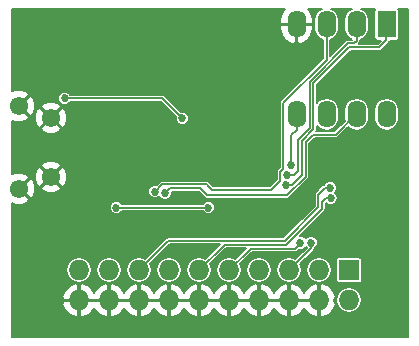
<source format=gbr>
G04 #@! TF.FileFunction,Copper,L2,Bot,Signal*
%FSLAX46Y46*%
G04 Gerber Fmt 4.6, Leading zero omitted, Abs format (unit mm)*
G04 Created by KiCad (PCBNEW 4.0.2+dfsg1-stable) date Sat 23 Jul 2016 05:57:03 PM COT*
%MOMM*%
G01*
G04 APERTURE LIST*
%ADD10C,0.100000*%
%ADD11R,1.727200X1.727200*%
%ADD12O,1.727200X1.727200*%
%ADD13C,1.550000*%
%ADD14R,1.600000X2.300000*%
%ADD15O,1.600000X2.300000*%
%ADD16C,0.685800*%
%ADD17C,0.152400*%
G04 APERTURE END LIST*
D10*
D11*
X172085000Y-91440000D03*
D12*
X172085000Y-93980000D03*
X169545000Y-91440000D03*
X169545000Y-93980000D03*
X167005000Y-91440000D03*
X167005000Y-93980000D03*
X164465000Y-91440000D03*
X164465000Y-93980000D03*
X161925000Y-91440000D03*
X161925000Y-93980000D03*
X159385000Y-91440000D03*
X159385000Y-93980000D03*
X156845000Y-91440000D03*
X156845000Y-93980000D03*
X154305000Y-91440000D03*
X154305000Y-93980000D03*
X151765000Y-91440000D03*
X151765000Y-93980000D03*
X149225000Y-91440000D03*
X149225000Y-93980000D03*
D13*
X146850540Y-78525100D03*
X146850540Y-83525100D03*
X144150540Y-77525100D03*
X144150540Y-84525100D03*
D14*
X175260000Y-70612000D03*
D15*
X172720000Y-70612000D03*
X170180000Y-70612000D03*
X167640000Y-70612000D03*
X167640000Y-78232000D03*
X170180000Y-78232000D03*
X172720000Y-78232000D03*
X175260000Y-78232000D03*
D16*
X148005800Y-76885800D03*
X157962600Y-78587600D03*
X171043600Y-72263000D03*
X173837600Y-71983600D03*
X176530000Y-72263000D03*
X175412400Y-81686400D03*
X175082200Y-87680800D03*
X173736000Y-83718400D03*
X169240200Y-82448400D03*
X170230800Y-80975200D03*
X176352200Y-76936600D03*
X173659800Y-74676000D03*
X173482000Y-76606400D03*
X171373800Y-76809600D03*
X171450000Y-88011000D03*
X171373800Y-89687400D03*
X175006000Y-90449400D03*
X175031400Y-94919800D03*
X154279600Y-89585800D03*
X150545800Y-89306400D03*
X145923000Y-89230200D03*
X145973800Y-92430600D03*
X165709600Y-79705200D03*
X165633400Y-77647800D03*
X162229800Y-69951600D03*
X157962600Y-69977000D03*
X153974800Y-70027800D03*
X156235400Y-72390000D03*
X158648400Y-72339200D03*
X153212800Y-85267800D03*
X153136600Y-87452200D03*
X151409400Y-85344000D03*
X155778200Y-78765400D03*
X155803600Y-80162400D03*
X154762200Y-81559400D03*
X154736800Y-83820000D03*
X159461200Y-81280000D03*
X159359600Y-83210400D03*
X156946600Y-83362800D03*
X164236400Y-74218800D03*
X158496000Y-74041000D03*
X154432000Y-74117200D03*
X151307800Y-73660000D03*
X149428200Y-73660000D03*
X149174200Y-71932800D03*
X144957800Y-70129400D03*
X147243800Y-69926200D03*
X159512000Y-79121000D03*
X160731200Y-77774800D03*
X158724600Y-85090000D03*
X164566600Y-85826600D03*
X152374600Y-86131400D03*
X160172400Y-86131400D03*
X167970200Y-89128600D03*
X170535600Y-85318600D03*
X170484800Y-84480400D03*
X155651200Y-84785200D03*
X156489400Y-84912200D03*
X166776400Y-84226400D03*
X166852600Y-83337400D03*
X167157400Y-82550000D03*
X168859200Y-89103200D03*
D17*
X156260800Y-76885800D02*
X148005800Y-76885800D01*
X157962600Y-78587600D02*
X156260800Y-76885800D01*
X173659800Y-74676000D02*
X174091600Y-74676000D01*
X173837600Y-71983600D02*
X173837600Y-71958200D01*
X176504600Y-72263000D02*
X176530000Y-72263000D01*
X174091600Y-74676000D02*
X176504600Y-72263000D01*
X173736000Y-83718400D02*
X172466000Y-82448400D01*
X172466000Y-82448400D02*
X169240200Y-82448400D01*
X170230800Y-80975200D02*
X170942000Y-81686400D01*
X170942000Y-81686400D02*
X175412400Y-81686400D01*
X169545000Y-93980000D02*
X169545000Y-95478600D01*
X175920400Y-76936600D02*
X176352200Y-76936600D01*
X173659800Y-74676000D02*
X175920400Y-76936600D01*
X171577000Y-76606400D02*
X173482000Y-76606400D01*
X171373800Y-76809600D02*
X171577000Y-76606400D01*
X171780200Y-87680800D02*
X175082200Y-87680800D01*
X171450000Y-88011000D02*
X171780200Y-87680800D01*
X174244000Y-89687400D02*
X171373800Y-89687400D01*
X175006000Y-90449400D02*
X174244000Y-89687400D01*
X174040800Y-95910400D02*
X175031400Y-94919800D01*
X169976800Y-95910400D02*
X174040800Y-95910400D01*
X169545000Y-95478600D02*
X169976800Y-95910400D01*
X149225000Y-93980000D02*
X147523200Y-93980000D01*
X153136600Y-88442800D02*
X153136600Y-87452200D01*
X154279600Y-89585800D02*
X153136600Y-88442800D01*
X145999200Y-89306400D02*
X150545800Y-89306400D01*
X145923000Y-89230200D02*
X145999200Y-89306400D01*
X147523200Y-93980000D02*
X145973800Y-92430600D01*
X164236400Y-74218800D02*
X165227000Y-74218800D01*
X165125400Y-79121000D02*
X159512000Y-79121000D01*
X165709600Y-79705200D02*
X165125400Y-79121000D01*
X165633400Y-74625200D02*
X165633400Y-77647800D01*
X165227000Y-74218800D02*
X165633400Y-74625200D01*
X158496000Y-74041000D02*
X158496000Y-72491600D01*
X157988000Y-69951600D02*
X162229800Y-69951600D01*
X157962600Y-69977000D02*
X157988000Y-69951600D01*
X153974800Y-70129400D02*
X153974800Y-70027800D01*
X156235400Y-72390000D02*
X153974800Y-70129400D01*
X158496000Y-72491600D02*
X158648400Y-72339200D01*
X154660600Y-83820000D02*
X154736800Y-83820000D01*
X153212800Y-85267800D02*
X154660600Y-83820000D01*
X151409400Y-87071200D02*
X151409400Y-85344000D01*
X151714200Y-87376000D02*
X151409400Y-87071200D01*
X153060400Y-87376000D02*
X151714200Y-87376000D01*
X153136600Y-87452200D02*
X153060400Y-87376000D01*
X155778200Y-78765400D02*
X155803600Y-78790800D01*
X155803600Y-78790800D02*
X155803600Y-80162400D01*
X154762200Y-81559400D02*
X154736800Y-81584800D01*
X154736800Y-81584800D02*
X154736800Y-83820000D01*
X159461200Y-81280000D02*
X159512000Y-81229200D01*
X157099000Y-83210400D02*
X159359600Y-83210400D01*
X156946600Y-83362800D02*
X157099000Y-83210400D01*
X159512000Y-81229200D02*
X159512000Y-79121000D01*
X158673800Y-74218800D02*
X164236400Y-74218800D01*
X158496000Y-74041000D02*
X158673800Y-74218800D01*
X151765000Y-74117200D02*
X154432000Y-74117200D01*
X151307800Y-73660000D02*
X151765000Y-74117200D01*
X149428200Y-72186800D02*
X149428200Y-73660000D01*
X149174200Y-71932800D02*
X149428200Y-72186800D01*
X147040600Y-70129400D02*
X144957800Y-70129400D01*
X147243800Y-69926200D02*
X147040600Y-70129400D01*
X160731200Y-77901800D02*
X160731200Y-77774800D01*
X159512000Y-79121000D02*
X160731200Y-77901800D01*
X158724600Y-85090000D02*
X159105600Y-85471000D01*
X159105600Y-85471000D02*
X164211000Y-85471000D01*
X164211000Y-85471000D02*
X164566600Y-85826600D01*
X152374600Y-86131400D02*
X160172400Y-86131400D01*
X161925000Y-91440000D02*
X161925000Y-91440000D01*
X167487600Y-89611200D02*
X167970200Y-89128600D01*
X163753800Y-89611200D02*
X167487600Y-89611200D01*
X161925000Y-91440000D02*
X163753800Y-89611200D01*
X170535600Y-85318600D02*
X170103800Y-85318600D01*
X169799000Y-85623400D02*
X169799000Y-86233000D01*
X170103800Y-85318600D02*
X169799000Y-85623400D01*
X159385000Y-91440000D02*
X159385000Y-91440000D01*
X161544000Y-89281000D02*
X159385000Y-91440000D01*
X166751000Y-89281000D02*
X161544000Y-89281000D01*
X169799000Y-86233000D02*
X166751000Y-89281000D01*
X170484800Y-84480400D02*
X170027600Y-84480400D01*
X154305000Y-91440000D02*
X154305000Y-91440000D01*
X156794200Y-88950800D02*
X154305000Y-91440000D01*
X166624000Y-88950800D02*
X156794200Y-88950800D01*
X169468800Y-86106000D02*
X166624000Y-88950800D01*
X169468800Y-85039200D02*
X169468800Y-86106000D01*
X170027600Y-84480400D02*
X169468800Y-85039200D01*
X154305000Y-90678000D02*
X154305000Y-91389200D01*
X160172400Y-84328000D02*
X160477200Y-84632800D01*
X165506400Y-84632800D02*
X165811200Y-84328000D01*
X160477200Y-84632800D02*
X165506400Y-84632800D01*
X160172400Y-84328000D02*
X160020000Y-84175600D01*
X156260800Y-84175600D02*
X155651200Y-84785200D01*
X160020000Y-84175600D02*
X156260800Y-84175600D01*
X166268400Y-83870800D02*
X166268400Y-83108800D01*
X165811200Y-84328000D02*
X166268400Y-83870800D01*
X170180000Y-73609200D02*
X170180000Y-70612000D01*
X166522400Y-77266800D02*
X170180000Y-73609200D01*
X166522400Y-82854800D02*
X166522400Y-77266800D01*
X166268400Y-83108800D02*
X166522400Y-82854800D01*
X155651200Y-84785200D02*
X155651200Y-84785200D01*
X160324800Y-85064600D02*
X160045400Y-85064600D01*
X156895800Y-84505800D02*
X156489400Y-84912200D01*
X159486600Y-84505800D02*
X156895800Y-84505800D01*
X160045400Y-85064600D02*
X159486600Y-84505800D01*
X170967400Y-79959200D02*
X169062400Y-79959200D01*
X169062400Y-79959200D02*
X168402000Y-80619600D01*
X168402000Y-80619600D02*
X168402000Y-83515200D01*
X168402000Y-83515200D02*
X166852600Y-85064600D01*
X166852600Y-85064600D02*
X160324800Y-85064600D01*
X172694600Y-78232000D02*
X170967400Y-79959200D01*
X172720000Y-78232000D02*
X172694600Y-78232000D01*
X168071800Y-83413600D02*
X168071800Y-80492600D01*
X168071800Y-80492600D02*
X169062402Y-79501998D01*
X175209200Y-71983600D02*
X175209200Y-71145400D01*
X174625000Y-72567800D02*
X175209200Y-71983600D01*
X172085000Y-72567800D02*
X174625000Y-72567800D01*
X169062402Y-75590398D02*
X172085000Y-72567800D01*
X169062402Y-79501998D02*
X169062402Y-75590398D01*
X167233600Y-84251800D02*
X168071800Y-83413600D01*
X166801800Y-84251800D02*
X167233600Y-84251800D01*
X166776400Y-84226400D02*
X166801800Y-84251800D01*
X175412400Y-70764400D02*
X175260000Y-70612000D01*
X167754300Y-83019900D02*
X167754300Y-80378300D01*
X167754300Y-80378300D02*
X168757600Y-79375000D01*
X172720000Y-72009000D02*
X172720000Y-70612000D01*
X166852600Y-83337400D02*
X167436800Y-83337400D01*
X167436800Y-83337400D02*
X167754300Y-83019900D01*
X168757600Y-79375000D02*
X168757600Y-75463400D01*
X168757600Y-75463400D02*
X171983400Y-72237600D01*
X171983400Y-72237600D02*
X172491400Y-72237600D01*
X172491400Y-72237600D02*
X172720000Y-72009000D01*
X167157400Y-82550000D02*
X167157400Y-80010000D01*
X167157400Y-80010000D02*
X167640000Y-79527400D01*
X167640000Y-79527400D02*
X167640000Y-78232000D01*
X167005000Y-91440000D02*
X167005000Y-91440000D01*
X167005000Y-91440000D02*
X168859200Y-89585800D01*
X168859200Y-89585800D02*
X168859200Y-89103200D01*
G36*
X166380606Y-69685357D02*
X166255800Y-70211200D01*
X166255800Y-70561200D01*
X167589200Y-70561200D01*
X167589200Y-70541200D01*
X167690800Y-70541200D01*
X167690800Y-70561200D01*
X169024200Y-70561200D01*
X169024200Y-70211200D01*
X168899394Y-69685357D01*
X168614578Y-69291200D01*
X169776629Y-69291200D01*
X169452670Y-69507662D01*
X169229698Y-69841364D01*
X169151400Y-70234992D01*
X169151400Y-70989008D01*
X169229698Y-71382636D01*
X169452670Y-71716338D01*
X169786372Y-71939310D01*
X169875200Y-71956979D01*
X169875200Y-73482948D01*
X166306874Y-77051274D01*
X166240802Y-77150158D01*
X166217600Y-77266800D01*
X166217600Y-82728548D01*
X166052874Y-82893274D01*
X165986802Y-82992158D01*
X165963600Y-83108800D01*
X165963600Y-83744548D01*
X165380148Y-84328000D01*
X160603452Y-84328000D01*
X160235526Y-83960074D01*
X160136642Y-83894002D01*
X160020000Y-83870800D01*
X156260800Y-83870800D01*
X156144158Y-83894002D01*
X156102855Y-83921600D01*
X156045274Y-83960074D01*
X155783869Y-84221479D01*
X155765377Y-84213800D01*
X155538020Y-84213601D01*
X155327894Y-84300424D01*
X155166989Y-84461049D01*
X155079800Y-84671023D01*
X155079601Y-84898380D01*
X155166424Y-85108506D01*
X155327049Y-85269411D01*
X155537023Y-85356600D01*
X155764380Y-85356799D01*
X155974506Y-85269976D01*
X156006826Y-85237712D01*
X156165249Y-85396411D01*
X156375223Y-85483600D01*
X156602580Y-85483799D01*
X156812706Y-85396976D01*
X156973611Y-85236351D01*
X157060800Y-85026377D01*
X157060989Y-84810600D01*
X159360348Y-84810600D01*
X159829874Y-85280126D01*
X159928759Y-85346199D01*
X160045400Y-85369400D01*
X166852600Y-85369400D01*
X166969242Y-85346198D01*
X167068126Y-85280126D01*
X168617526Y-83730726D01*
X168683598Y-83631842D01*
X168690540Y-83596942D01*
X168706800Y-83515200D01*
X168706800Y-80745852D01*
X169188652Y-80264000D01*
X170967400Y-80264000D01*
X171084042Y-80240798D01*
X171182926Y-80174726D01*
X172009841Y-79347811D01*
X172326372Y-79559310D01*
X172720000Y-79637608D01*
X173113628Y-79559310D01*
X173447330Y-79336338D01*
X173670302Y-79002636D01*
X173748600Y-78609008D01*
X173748600Y-77854992D01*
X174231400Y-77854992D01*
X174231400Y-78609008D01*
X174309698Y-79002636D01*
X174532670Y-79336338D01*
X174866372Y-79559310D01*
X175260000Y-79637608D01*
X175653628Y-79559310D01*
X175987330Y-79336338D01*
X176210302Y-79002636D01*
X176288600Y-78609008D01*
X176288600Y-77854992D01*
X176210302Y-77461364D01*
X175987330Y-77127662D01*
X175653628Y-76904690D01*
X175260000Y-76826392D01*
X174866372Y-76904690D01*
X174532670Y-77127662D01*
X174309698Y-77461364D01*
X174231400Y-77854992D01*
X173748600Y-77854992D01*
X173670302Y-77461364D01*
X173447330Y-77127662D01*
X173113628Y-76904690D01*
X172720000Y-76826392D01*
X172326372Y-76904690D01*
X171992670Y-77127662D01*
X171769698Y-77461364D01*
X171691400Y-77854992D01*
X171691400Y-78609008D01*
X171723776Y-78771772D01*
X170841148Y-79654400D01*
X169320106Y-79654400D01*
X169344000Y-79618640D01*
X169367202Y-79501998D01*
X169367202Y-79208426D01*
X169452670Y-79336338D01*
X169786372Y-79559310D01*
X170180000Y-79637608D01*
X170573628Y-79559310D01*
X170907330Y-79336338D01*
X171130302Y-79002636D01*
X171208600Y-78609008D01*
X171208600Y-77854992D01*
X171130302Y-77461364D01*
X170907330Y-77127662D01*
X170573628Y-76904690D01*
X170180000Y-76826392D01*
X169786372Y-76904690D01*
X169452670Y-77127662D01*
X169367202Y-77255574D01*
X169367202Y-75716650D01*
X172211252Y-72872600D01*
X174625000Y-72872600D01*
X174741642Y-72849398D01*
X174840526Y-72783326D01*
X175424726Y-72199126D01*
X175490799Y-72100241D01*
X175511717Y-71995078D01*
X176060000Y-71995078D01*
X176144714Y-71979138D01*
X176222518Y-71929072D01*
X176274715Y-71852680D01*
X176293078Y-71762000D01*
X176293078Y-69462000D01*
X176277138Y-69377286D01*
X176227072Y-69299482D01*
X176214951Y-69291200D01*
X177088800Y-69291200D01*
X177088800Y-97078800D01*
X143586200Y-97078800D01*
X143586200Y-94256521D01*
X147803853Y-94256521D01*
X147806208Y-94268378D01*
X148024565Y-94789375D01*
X148425677Y-95187152D01*
X148948479Y-95401151D01*
X149174200Y-95280862D01*
X149174200Y-94030800D01*
X149275800Y-94030800D01*
X149275800Y-95280862D01*
X149501521Y-95401151D01*
X150024323Y-95187152D01*
X150425435Y-94789375D01*
X150495000Y-94623394D01*
X150564565Y-94789375D01*
X150965677Y-95187152D01*
X151488479Y-95401151D01*
X151714200Y-95280862D01*
X151714200Y-94030800D01*
X151815800Y-94030800D01*
X151815800Y-95280862D01*
X152041521Y-95401151D01*
X152564323Y-95187152D01*
X152965435Y-94789375D01*
X153035000Y-94623394D01*
X153104565Y-94789375D01*
X153505677Y-95187152D01*
X154028479Y-95401151D01*
X154254200Y-95280862D01*
X154254200Y-94030800D01*
X154355800Y-94030800D01*
X154355800Y-95280862D01*
X154581521Y-95401151D01*
X155104323Y-95187152D01*
X155505435Y-94789375D01*
X155575000Y-94623394D01*
X155644565Y-94789375D01*
X156045677Y-95187152D01*
X156568479Y-95401151D01*
X156794200Y-95280862D01*
X156794200Y-94030800D01*
X156895800Y-94030800D01*
X156895800Y-95280862D01*
X157121521Y-95401151D01*
X157644323Y-95187152D01*
X158045435Y-94789375D01*
X158115000Y-94623394D01*
X158184565Y-94789375D01*
X158585677Y-95187152D01*
X159108479Y-95401151D01*
X159334200Y-95280862D01*
X159334200Y-94030800D01*
X159435800Y-94030800D01*
X159435800Y-95280862D01*
X159661521Y-95401151D01*
X160184323Y-95187152D01*
X160585435Y-94789375D01*
X160655000Y-94623394D01*
X160724565Y-94789375D01*
X161125677Y-95187152D01*
X161648479Y-95401151D01*
X161874200Y-95280862D01*
X161874200Y-94030800D01*
X161975800Y-94030800D01*
X161975800Y-95280862D01*
X162201521Y-95401151D01*
X162724323Y-95187152D01*
X163125435Y-94789375D01*
X163195000Y-94623394D01*
X163264565Y-94789375D01*
X163665677Y-95187152D01*
X164188479Y-95401151D01*
X164414200Y-95280862D01*
X164414200Y-94030800D01*
X164515800Y-94030800D01*
X164515800Y-95280862D01*
X164741521Y-95401151D01*
X165264323Y-95187152D01*
X165665435Y-94789375D01*
X165735000Y-94623394D01*
X165804565Y-94789375D01*
X166205677Y-95187152D01*
X166728479Y-95401151D01*
X166954200Y-95280862D01*
X166954200Y-94030800D01*
X167055800Y-94030800D01*
X167055800Y-95280862D01*
X167281521Y-95401151D01*
X167804323Y-95187152D01*
X168205435Y-94789375D01*
X168275000Y-94623394D01*
X168344565Y-94789375D01*
X168745677Y-95187152D01*
X169268479Y-95401151D01*
X169494200Y-95280862D01*
X169494200Y-94030800D01*
X167055800Y-94030800D01*
X166954200Y-94030800D01*
X164515800Y-94030800D01*
X164414200Y-94030800D01*
X161975800Y-94030800D01*
X161874200Y-94030800D01*
X159435800Y-94030800D01*
X159334200Y-94030800D01*
X156895800Y-94030800D01*
X156794200Y-94030800D01*
X154355800Y-94030800D01*
X154254200Y-94030800D01*
X151815800Y-94030800D01*
X151714200Y-94030800D01*
X149275800Y-94030800D01*
X149174200Y-94030800D01*
X147924242Y-94030800D01*
X147803853Y-94256521D01*
X143586200Y-94256521D01*
X143586200Y-93703479D01*
X147803853Y-93703479D01*
X147924242Y-93929200D01*
X149174200Y-93929200D01*
X149174200Y-92679138D01*
X149275800Y-92679138D01*
X149275800Y-93929200D01*
X151714200Y-93929200D01*
X151714200Y-92679138D01*
X151815800Y-92679138D01*
X151815800Y-93929200D01*
X154254200Y-93929200D01*
X154254200Y-92679138D01*
X154355800Y-92679138D01*
X154355800Y-93929200D01*
X156794200Y-93929200D01*
X156794200Y-92679138D01*
X156895800Y-92679138D01*
X156895800Y-93929200D01*
X159334200Y-93929200D01*
X159334200Y-92679138D01*
X159435800Y-92679138D01*
X159435800Y-93929200D01*
X161874200Y-93929200D01*
X161874200Y-92679138D01*
X161975800Y-92679138D01*
X161975800Y-93929200D01*
X164414200Y-93929200D01*
X164414200Y-92679138D01*
X164515800Y-92679138D01*
X164515800Y-93929200D01*
X166954200Y-93929200D01*
X166954200Y-92679138D01*
X167055800Y-92679138D01*
X167055800Y-93929200D01*
X169494200Y-93929200D01*
X169494200Y-92679138D01*
X169595800Y-92679138D01*
X169595800Y-93929200D01*
X169615800Y-93929200D01*
X169615800Y-94030800D01*
X169595800Y-94030800D01*
X169595800Y-95280862D01*
X169821521Y-95401151D01*
X170344323Y-95187152D01*
X170745435Y-94789375D01*
X170963792Y-94268378D01*
X170966147Y-94256521D01*
X170845759Y-94030802D01*
X170981508Y-94030802D01*
X171054542Y-94397967D01*
X171291301Y-94752302D01*
X171645636Y-94989061D01*
X172063603Y-95072200D01*
X172106397Y-95072200D01*
X172524364Y-94989061D01*
X172878699Y-94752302D01*
X173115458Y-94397967D01*
X173198597Y-93980000D01*
X173115458Y-93562033D01*
X172878699Y-93207698D01*
X172524364Y-92970939D01*
X172106397Y-92887800D01*
X172063603Y-92887800D01*
X171645636Y-92970939D01*
X171291301Y-93207698D01*
X171054542Y-93562033D01*
X170981508Y-93929198D01*
X170845759Y-93929198D01*
X170966147Y-93703479D01*
X170963792Y-93691622D01*
X170745435Y-93170625D01*
X170344323Y-92772848D01*
X169821521Y-92558849D01*
X169595800Y-92679138D01*
X169494200Y-92679138D01*
X169268479Y-92558849D01*
X168745677Y-92772848D01*
X168344565Y-93170625D01*
X168275000Y-93336606D01*
X168205435Y-93170625D01*
X167804323Y-92772848D01*
X167281521Y-92558849D01*
X167055800Y-92679138D01*
X166954200Y-92679138D01*
X166728479Y-92558849D01*
X166205677Y-92772848D01*
X165804565Y-93170625D01*
X165735000Y-93336606D01*
X165665435Y-93170625D01*
X165264323Y-92772848D01*
X164741521Y-92558849D01*
X164515800Y-92679138D01*
X164414200Y-92679138D01*
X164188479Y-92558849D01*
X163665677Y-92772848D01*
X163264565Y-93170625D01*
X163195000Y-93336606D01*
X163125435Y-93170625D01*
X162724323Y-92772848D01*
X162201521Y-92558849D01*
X161975800Y-92679138D01*
X161874200Y-92679138D01*
X161648479Y-92558849D01*
X161125677Y-92772848D01*
X160724565Y-93170625D01*
X160655000Y-93336606D01*
X160585435Y-93170625D01*
X160184323Y-92772848D01*
X159661521Y-92558849D01*
X159435800Y-92679138D01*
X159334200Y-92679138D01*
X159108479Y-92558849D01*
X158585677Y-92772848D01*
X158184565Y-93170625D01*
X158115000Y-93336606D01*
X158045435Y-93170625D01*
X157644323Y-92772848D01*
X157121521Y-92558849D01*
X156895800Y-92679138D01*
X156794200Y-92679138D01*
X156568479Y-92558849D01*
X156045677Y-92772848D01*
X155644565Y-93170625D01*
X155575000Y-93336606D01*
X155505435Y-93170625D01*
X155104323Y-92772848D01*
X154581521Y-92558849D01*
X154355800Y-92679138D01*
X154254200Y-92679138D01*
X154028479Y-92558849D01*
X153505677Y-92772848D01*
X153104565Y-93170625D01*
X153035000Y-93336606D01*
X152965435Y-93170625D01*
X152564323Y-92772848D01*
X152041521Y-92558849D01*
X151815800Y-92679138D01*
X151714200Y-92679138D01*
X151488479Y-92558849D01*
X150965677Y-92772848D01*
X150564565Y-93170625D01*
X150495000Y-93336606D01*
X150425435Y-93170625D01*
X150024323Y-92772848D01*
X149501521Y-92558849D01*
X149275800Y-92679138D01*
X149174200Y-92679138D01*
X148948479Y-92558849D01*
X148425677Y-92772848D01*
X148024565Y-93170625D01*
X147806208Y-93691622D01*
X147803853Y-93703479D01*
X143586200Y-93703479D01*
X143586200Y-91440000D01*
X148111403Y-91440000D01*
X148194542Y-91857967D01*
X148431301Y-92212302D01*
X148785636Y-92449061D01*
X149203603Y-92532200D01*
X149246397Y-92532200D01*
X149664364Y-92449061D01*
X150018699Y-92212302D01*
X150255458Y-91857967D01*
X150338597Y-91440000D01*
X150651403Y-91440000D01*
X150734542Y-91857967D01*
X150971301Y-92212302D01*
X151325636Y-92449061D01*
X151743603Y-92532200D01*
X151786397Y-92532200D01*
X152204364Y-92449061D01*
X152558699Y-92212302D01*
X152795458Y-91857967D01*
X152878597Y-91440000D01*
X153191403Y-91440000D01*
X153274542Y-91857967D01*
X153511301Y-92212302D01*
X153865636Y-92449061D01*
X154283603Y-92532200D01*
X154326397Y-92532200D01*
X154744364Y-92449061D01*
X155098699Y-92212302D01*
X155335458Y-91857967D01*
X155418597Y-91440000D01*
X155731403Y-91440000D01*
X155814542Y-91857967D01*
X156051301Y-92212302D01*
X156405636Y-92449061D01*
X156823603Y-92532200D01*
X156866397Y-92532200D01*
X157284364Y-92449061D01*
X157638699Y-92212302D01*
X157875458Y-91857967D01*
X157958597Y-91440000D01*
X157875458Y-91022033D01*
X157638699Y-90667698D01*
X157284364Y-90430939D01*
X156866397Y-90347800D01*
X156823603Y-90347800D01*
X156405636Y-90430939D01*
X156051301Y-90667698D01*
X155814542Y-91022033D01*
X155731403Y-91440000D01*
X155418597Y-91440000D01*
X155335458Y-91022033D01*
X155262784Y-90913268D01*
X156920452Y-89255600D01*
X161138348Y-89255600D01*
X159907476Y-90486472D01*
X159824364Y-90430939D01*
X159406397Y-90347800D01*
X159363603Y-90347800D01*
X158945636Y-90430939D01*
X158591301Y-90667698D01*
X158354542Y-91022033D01*
X158271403Y-91440000D01*
X158354542Y-91857967D01*
X158591301Y-92212302D01*
X158945636Y-92449061D01*
X159363603Y-92532200D01*
X159406397Y-92532200D01*
X159824364Y-92449061D01*
X160178699Y-92212302D01*
X160415458Y-91857967D01*
X160498597Y-91440000D01*
X160415458Y-91022033D01*
X160342784Y-90913268D01*
X161670252Y-89585800D01*
X163348148Y-89585800D01*
X162447476Y-90486472D01*
X162364364Y-90430939D01*
X161946397Y-90347800D01*
X161903603Y-90347800D01*
X161485636Y-90430939D01*
X161131301Y-90667698D01*
X160894542Y-91022033D01*
X160811403Y-91440000D01*
X160894542Y-91857967D01*
X161131301Y-92212302D01*
X161485636Y-92449061D01*
X161903603Y-92532200D01*
X161946397Y-92532200D01*
X162364364Y-92449061D01*
X162718699Y-92212302D01*
X162955458Y-91857967D01*
X163038597Y-91440000D01*
X163351403Y-91440000D01*
X163434542Y-91857967D01*
X163671301Y-92212302D01*
X164025636Y-92449061D01*
X164443603Y-92532200D01*
X164486397Y-92532200D01*
X164904364Y-92449061D01*
X165258699Y-92212302D01*
X165495458Y-91857967D01*
X165578597Y-91440000D01*
X165495458Y-91022033D01*
X165258699Y-90667698D01*
X164904364Y-90430939D01*
X164486397Y-90347800D01*
X164443603Y-90347800D01*
X164025636Y-90430939D01*
X163671301Y-90667698D01*
X163434542Y-91022033D01*
X163351403Y-91440000D01*
X163038597Y-91440000D01*
X162955458Y-91022033D01*
X162882784Y-90913268D01*
X163880052Y-89916000D01*
X167487600Y-89916000D01*
X167604242Y-89892798D01*
X167703126Y-89826726D01*
X167837531Y-89692321D01*
X167856023Y-89700000D01*
X168083380Y-89700199D01*
X168293506Y-89613376D01*
X168427470Y-89479645D01*
X168480840Y-89533108D01*
X167527476Y-90486472D01*
X167444364Y-90430939D01*
X167026397Y-90347800D01*
X166983603Y-90347800D01*
X166565636Y-90430939D01*
X166211301Y-90667698D01*
X165974542Y-91022033D01*
X165891403Y-91440000D01*
X165974542Y-91857967D01*
X166211301Y-92212302D01*
X166565636Y-92449061D01*
X166983603Y-92532200D01*
X167026397Y-92532200D01*
X167444364Y-92449061D01*
X167798699Y-92212302D01*
X168035458Y-91857967D01*
X168118597Y-91440000D01*
X168431403Y-91440000D01*
X168514542Y-91857967D01*
X168751301Y-92212302D01*
X169105636Y-92449061D01*
X169523603Y-92532200D01*
X169566397Y-92532200D01*
X169984364Y-92449061D01*
X170338699Y-92212302D01*
X170575458Y-91857967D01*
X170658597Y-91440000D01*
X170575458Y-91022033D01*
X170338699Y-90667698D01*
X170202062Y-90576400D01*
X170988322Y-90576400D01*
X170988322Y-92303600D01*
X171004262Y-92388314D01*
X171054328Y-92466118D01*
X171130720Y-92518315D01*
X171221400Y-92536678D01*
X172948600Y-92536678D01*
X173033314Y-92520738D01*
X173111118Y-92470672D01*
X173163315Y-92394280D01*
X173181678Y-92303600D01*
X173181678Y-90576400D01*
X173165738Y-90491686D01*
X173115672Y-90413882D01*
X173039280Y-90361685D01*
X172948600Y-90343322D01*
X171221400Y-90343322D01*
X171136686Y-90359262D01*
X171058882Y-90409328D01*
X171006685Y-90485720D01*
X170988322Y-90576400D01*
X170202062Y-90576400D01*
X169984364Y-90430939D01*
X169566397Y-90347800D01*
X169523603Y-90347800D01*
X169105636Y-90430939D01*
X168751301Y-90667698D01*
X168514542Y-91022033D01*
X168431403Y-91440000D01*
X168118597Y-91440000D01*
X168035458Y-91022033D01*
X167962784Y-90913268D01*
X169074726Y-89801326D01*
X169123826Y-89727842D01*
X169140798Y-89702442D01*
X169161871Y-89596502D01*
X169182506Y-89587976D01*
X169343411Y-89427351D01*
X169430600Y-89217377D01*
X169430799Y-88990020D01*
X169343976Y-88779894D01*
X169183351Y-88618989D01*
X168973377Y-88531800D01*
X168746020Y-88531601D01*
X168535894Y-88618424D01*
X168401930Y-88752155D01*
X168294351Y-88644389D01*
X168084377Y-88557200D01*
X167906008Y-88557044D01*
X170014526Y-86448526D01*
X170038265Y-86412998D01*
X170080598Y-86349642D01*
X170103800Y-86233000D01*
X170103800Y-85749652D01*
X170131115Y-85722337D01*
X170211449Y-85802811D01*
X170421423Y-85890000D01*
X170648780Y-85890199D01*
X170858906Y-85803376D01*
X171019811Y-85642751D01*
X171107000Y-85432777D01*
X171107199Y-85205420D01*
X171020376Y-84995294D01*
X170899367Y-84874074D01*
X170969011Y-84804551D01*
X171056200Y-84594577D01*
X171056399Y-84367220D01*
X170969576Y-84157094D01*
X170808951Y-83996189D01*
X170598977Y-83909000D01*
X170371620Y-83908801D01*
X170161494Y-83995624D01*
X170000589Y-84156249D01*
X169989399Y-84183199D01*
X169910959Y-84198801D01*
X169812074Y-84264874D01*
X169253274Y-84823674D01*
X169187202Y-84922558D01*
X169164000Y-85039200D01*
X169164000Y-85979748D01*
X166497748Y-88646000D01*
X156794200Y-88646000D01*
X156677558Y-88669202D01*
X156578674Y-88735274D01*
X154827476Y-90486472D01*
X154744364Y-90430939D01*
X154326397Y-90347800D01*
X154283603Y-90347800D01*
X153865636Y-90430939D01*
X153511301Y-90667698D01*
X153274542Y-91022033D01*
X153191403Y-91440000D01*
X152878597Y-91440000D01*
X152795458Y-91022033D01*
X152558699Y-90667698D01*
X152204364Y-90430939D01*
X151786397Y-90347800D01*
X151743603Y-90347800D01*
X151325636Y-90430939D01*
X150971301Y-90667698D01*
X150734542Y-91022033D01*
X150651403Y-91440000D01*
X150338597Y-91440000D01*
X150255458Y-91022033D01*
X150018699Y-90667698D01*
X149664364Y-90430939D01*
X149246397Y-90347800D01*
X149203603Y-90347800D01*
X148785636Y-90430939D01*
X148431301Y-90667698D01*
X148194542Y-91022033D01*
X148111403Y-91440000D01*
X143586200Y-91440000D01*
X143586200Y-86244580D01*
X151803001Y-86244580D01*
X151889824Y-86454706D01*
X152050449Y-86615611D01*
X152260423Y-86702800D01*
X152487780Y-86702999D01*
X152697906Y-86616176D01*
X152858811Y-86455551D01*
X152866846Y-86436200D01*
X159679977Y-86436200D01*
X159687624Y-86454706D01*
X159848249Y-86615611D01*
X160058223Y-86702800D01*
X160285580Y-86702999D01*
X160495706Y-86616176D01*
X160656611Y-86455551D01*
X160743800Y-86245577D01*
X160743999Y-86018220D01*
X160657176Y-85808094D01*
X160496551Y-85647189D01*
X160286577Y-85560000D01*
X160059220Y-85559801D01*
X159849094Y-85646624D01*
X159688189Y-85807249D01*
X159680154Y-85826600D01*
X152867023Y-85826600D01*
X152859376Y-85808094D01*
X152698751Y-85647189D01*
X152488777Y-85560000D01*
X152261420Y-85559801D01*
X152051294Y-85646624D01*
X151890389Y-85807249D01*
X151803200Y-86017223D01*
X151803001Y-86244580D01*
X143586200Y-86244580D01*
X143586200Y-85762400D01*
X143876639Y-85883591D01*
X144417360Y-85885000D01*
X144917461Y-85679375D01*
X144923464Y-85675365D01*
X144990538Y-85436940D01*
X144150540Y-84596942D01*
X144136398Y-84611085D01*
X144064556Y-84539243D01*
X144078698Y-84525100D01*
X144222382Y-84525100D01*
X145062380Y-85365098D01*
X145300805Y-85298024D01*
X145509031Y-84799001D01*
X145509974Y-84436940D01*
X146010542Y-84436940D01*
X146077616Y-84675365D01*
X146576639Y-84883591D01*
X147117360Y-84885000D01*
X147617461Y-84679375D01*
X147623464Y-84675365D01*
X147690538Y-84436940D01*
X146850540Y-83596942D01*
X146010542Y-84436940D01*
X145509974Y-84436940D01*
X145510440Y-84258280D01*
X145318689Y-83791920D01*
X145490640Y-83791920D01*
X145696265Y-84292021D01*
X145700275Y-84298024D01*
X145938700Y-84365098D01*
X146778698Y-83525100D01*
X146922382Y-83525100D01*
X147762380Y-84365098D01*
X148000805Y-84298024D01*
X148209031Y-83799001D01*
X148210440Y-83258280D01*
X148004815Y-82758179D01*
X148000805Y-82752176D01*
X147762380Y-82685102D01*
X146922382Y-83525100D01*
X146778698Y-83525100D01*
X145938700Y-82685102D01*
X145700275Y-82752176D01*
X145492049Y-83251199D01*
X145490640Y-83791920D01*
X145318689Y-83791920D01*
X145304815Y-83758179D01*
X145300805Y-83752176D01*
X145062380Y-83685102D01*
X144222382Y-84525100D01*
X144078698Y-84525100D01*
X144064556Y-84510958D01*
X144136398Y-84439116D01*
X144150540Y-84453258D01*
X144990538Y-83613260D01*
X144923464Y-83374835D01*
X144424441Y-83166609D01*
X143883720Y-83165200D01*
X143586200Y-83287530D01*
X143586200Y-82613260D01*
X146010542Y-82613260D01*
X146850540Y-83453258D01*
X147690538Y-82613260D01*
X147623464Y-82374835D01*
X147124441Y-82166609D01*
X146583720Y-82165200D01*
X146083619Y-82370825D01*
X146077616Y-82374835D01*
X146010542Y-82613260D01*
X143586200Y-82613260D01*
X143586200Y-79436940D01*
X146010542Y-79436940D01*
X146077616Y-79675365D01*
X146576639Y-79883591D01*
X147117360Y-79885000D01*
X147617461Y-79679375D01*
X147623464Y-79675365D01*
X147690538Y-79436940D01*
X146850540Y-78596942D01*
X146010542Y-79436940D01*
X143586200Y-79436940D01*
X143586200Y-78762400D01*
X143876639Y-78883591D01*
X144417360Y-78885000D01*
X144643740Y-78791920D01*
X145490640Y-78791920D01*
X145696265Y-79292021D01*
X145700275Y-79298024D01*
X145938700Y-79365098D01*
X146778698Y-78525100D01*
X146922382Y-78525100D01*
X147762380Y-79365098D01*
X148000805Y-79298024D01*
X148209031Y-78799001D01*
X148210440Y-78258280D01*
X148004815Y-77758179D01*
X148000805Y-77752176D01*
X147762380Y-77685102D01*
X146922382Y-78525100D01*
X146778698Y-78525100D01*
X145938700Y-77685102D01*
X145700275Y-77752176D01*
X145492049Y-78251199D01*
X145490640Y-78791920D01*
X144643740Y-78791920D01*
X144917461Y-78679375D01*
X144923464Y-78675365D01*
X144990538Y-78436940D01*
X144150540Y-77596942D01*
X144136398Y-77611085D01*
X144064556Y-77539243D01*
X144078698Y-77525100D01*
X144222382Y-77525100D01*
X145062380Y-78365098D01*
X145300805Y-78298024D01*
X145509031Y-77799001D01*
X145509515Y-77613260D01*
X146010542Y-77613260D01*
X146850540Y-78453258D01*
X147690538Y-77613260D01*
X147623464Y-77374835D01*
X147124441Y-77166609D01*
X146583720Y-77165200D01*
X146083619Y-77370825D01*
X146077616Y-77374835D01*
X146010542Y-77613260D01*
X145509515Y-77613260D01*
X145510440Y-77258280D01*
X145403825Y-76998980D01*
X147434201Y-76998980D01*
X147521024Y-77209106D01*
X147681649Y-77370011D01*
X147891623Y-77457200D01*
X148118980Y-77457399D01*
X148329106Y-77370576D01*
X148490011Y-77209951D01*
X148498046Y-77190600D01*
X156134548Y-77190600D01*
X157398879Y-78454931D01*
X157391200Y-78473423D01*
X157391001Y-78700780D01*
X157477824Y-78910906D01*
X157638449Y-79071811D01*
X157848423Y-79159000D01*
X158075780Y-79159199D01*
X158285906Y-79072376D01*
X158446811Y-78911751D01*
X158534000Y-78701777D01*
X158534199Y-78474420D01*
X158447376Y-78264294D01*
X158286751Y-78103389D01*
X158076777Y-78016200D01*
X157849420Y-78016001D01*
X157830055Y-78024003D01*
X156476326Y-76670274D01*
X156377442Y-76604202D01*
X156260800Y-76581000D01*
X148498223Y-76581000D01*
X148490576Y-76562494D01*
X148329951Y-76401589D01*
X148119977Y-76314400D01*
X147892620Y-76314201D01*
X147682494Y-76401024D01*
X147521589Y-76561649D01*
X147434400Y-76771623D01*
X147434201Y-76998980D01*
X145403825Y-76998980D01*
X145304815Y-76758179D01*
X145300805Y-76752176D01*
X145062380Y-76685102D01*
X144222382Y-77525100D01*
X144078698Y-77525100D01*
X144064556Y-77510958D01*
X144136398Y-77439116D01*
X144150540Y-77453258D01*
X144990538Y-76613260D01*
X144923464Y-76374835D01*
X144424441Y-76166609D01*
X143883720Y-76165200D01*
X143586200Y-76287530D01*
X143586200Y-70662800D01*
X166255800Y-70662800D01*
X166255800Y-71012800D01*
X166380606Y-71538643D01*
X166697143Y-71976698D01*
X167157222Y-72260274D01*
X167373435Y-72320291D01*
X167589200Y-72199107D01*
X167589200Y-70662800D01*
X167690800Y-70662800D01*
X167690800Y-72199107D01*
X167906565Y-72320291D01*
X168122778Y-72260274D01*
X168582857Y-71976698D01*
X168899394Y-71538643D01*
X169024200Y-71012800D01*
X169024200Y-70662800D01*
X167690800Y-70662800D01*
X167589200Y-70662800D01*
X166255800Y-70662800D01*
X143586200Y-70662800D01*
X143586200Y-69291200D01*
X166665422Y-69291200D01*
X166380606Y-69685357D01*
X166380606Y-69685357D01*
G37*
X166380606Y-69685357D02*
X166255800Y-70211200D01*
X166255800Y-70561200D01*
X167589200Y-70561200D01*
X167589200Y-70541200D01*
X167690800Y-70541200D01*
X167690800Y-70561200D01*
X169024200Y-70561200D01*
X169024200Y-70211200D01*
X168899394Y-69685357D01*
X168614578Y-69291200D01*
X169776629Y-69291200D01*
X169452670Y-69507662D01*
X169229698Y-69841364D01*
X169151400Y-70234992D01*
X169151400Y-70989008D01*
X169229698Y-71382636D01*
X169452670Y-71716338D01*
X169786372Y-71939310D01*
X169875200Y-71956979D01*
X169875200Y-73482948D01*
X166306874Y-77051274D01*
X166240802Y-77150158D01*
X166217600Y-77266800D01*
X166217600Y-82728548D01*
X166052874Y-82893274D01*
X165986802Y-82992158D01*
X165963600Y-83108800D01*
X165963600Y-83744548D01*
X165380148Y-84328000D01*
X160603452Y-84328000D01*
X160235526Y-83960074D01*
X160136642Y-83894002D01*
X160020000Y-83870800D01*
X156260800Y-83870800D01*
X156144158Y-83894002D01*
X156102855Y-83921600D01*
X156045274Y-83960074D01*
X155783869Y-84221479D01*
X155765377Y-84213800D01*
X155538020Y-84213601D01*
X155327894Y-84300424D01*
X155166989Y-84461049D01*
X155079800Y-84671023D01*
X155079601Y-84898380D01*
X155166424Y-85108506D01*
X155327049Y-85269411D01*
X155537023Y-85356600D01*
X155764380Y-85356799D01*
X155974506Y-85269976D01*
X156006826Y-85237712D01*
X156165249Y-85396411D01*
X156375223Y-85483600D01*
X156602580Y-85483799D01*
X156812706Y-85396976D01*
X156973611Y-85236351D01*
X157060800Y-85026377D01*
X157060989Y-84810600D01*
X159360348Y-84810600D01*
X159829874Y-85280126D01*
X159928759Y-85346199D01*
X160045400Y-85369400D01*
X166852600Y-85369400D01*
X166969242Y-85346198D01*
X167068126Y-85280126D01*
X168617526Y-83730726D01*
X168683598Y-83631842D01*
X168690540Y-83596942D01*
X168706800Y-83515200D01*
X168706800Y-80745852D01*
X169188652Y-80264000D01*
X170967400Y-80264000D01*
X171084042Y-80240798D01*
X171182926Y-80174726D01*
X172009841Y-79347811D01*
X172326372Y-79559310D01*
X172720000Y-79637608D01*
X173113628Y-79559310D01*
X173447330Y-79336338D01*
X173670302Y-79002636D01*
X173748600Y-78609008D01*
X173748600Y-77854992D01*
X174231400Y-77854992D01*
X174231400Y-78609008D01*
X174309698Y-79002636D01*
X174532670Y-79336338D01*
X174866372Y-79559310D01*
X175260000Y-79637608D01*
X175653628Y-79559310D01*
X175987330Y-79336338D01*
X176210302Y-79002636D01*
X176288600Y-78609008D01*
X176288600Y-77854992D01*
X176210302Y-77461364D01*
X175987330Y-77127662D01*
X175653628Y-76904690D01*
X175260000Y-76826392D01*
X174866372Y-76904690D01*
X174532670Y-77127662D01*
X174309698Y-77461364D01*
X174231400Y-77854992D01*
X173748600Y-77854992D01*
X173670302Y-77461364D01*
X173447330Y-77127662D01*
X173113628Y-76904690D01*
X172720000Y-76826392D01*
X172326372Y-76904690D01*
X171992670Y-77127662D01*
X171769698Y-77461364D01*
X171691400Y-77854992D01*
X171691400Y-78609008D01*
X171723776Y-78771772D01*
X170841148Y-79654400D01*
X169320106Y-79654400D01*
X169344000Y-79618640D01*
X169367202Y-79501998D01*
X169367202Y-79208426D01*
X169452670Y-79336338D01*
X169786372Y-79559310D01*
X170180000Y-79637608D01*
X170573628Y-79559310D01*
X170907330Y-79336338D01*
X171130302Y-79002636D01*
X171208600Y-78609008D01*
X171208600Y-77854992D01*
X171130302Y-77461364D01*
X170907330Y-77127662D01*
X170573628Y-76904690D01*
X170180000Y-76826392D01*
X169786372Y-76904690D01*
X169452670Y-77127662D01*
X169367202Y-77255574D01*
X169367202Y-75716650D01*
X172211252Y-72872600D01*
X174625000Y-72872600D01*
X174741642Y-72849398D01*
X174840526Y-72783326D01*
X175424726Y-72199126D01*
X175490799Y-72100241D01*
X175511717Y-71995078D01*
X176060000Y-71995078D01*
X176144714Y-71979138D01*
X176222518Y-71929072D01*
X176274715Y-71852680D01*
X176293078Y-71762000D01*
X176293078Y-69462000D01*
X176277138Y-69377286D01*
X176227072Y-69299482D01*
X176214951Y-69291200D01*
X177088800Y-69291200D01*
X177088800Y-97078800D01*
X143586200Y-97078800D01*
X143586200Y-94256521D01*
X147803853Y-94256521D01*
X147806208Y-94268378D01*
X148024565Y-94789375D01*
X148425677Y-95187152D01*
X148948479Y-95401151D01*
X149174200Y-95280862D01*
X149174200Y-94030800D01*
X149275800Y-94030800D01*
X149275800Y-95280862D01*
X149501521Y-95401151D01*
X150024323Y-95187152D01*
X150425435Y-94789375D01*
X150495000Y-94623394D01*
X150564565Y-94789375D01*
X150965677Y-95187152D01*
X151488479Y-95401151D01*
X151714200Y-95280862D01*
X151714200Y-94030800D01*
X151815800Y-94030800D01*
X151815800Y-95280862D01*
X152041521Y-95401151D01*
X152564323Y-95187152D01*
X152965435Y-94789375D01*
X153035000Y-94623394D01*
X153104565Y-94789375D01*
X153505677Y-95187152D01*
X154028479Y-95401151D01*
X154254200Y-95280862D01*
X154254200Y-94030800D01*
X154355800Y-94030800D01*
X154355800Y-95280862D01*
X154581521Y-95401151D01*
X155104323Y-95187152D01*
X155505435Y-94789375D01*
X155575000Y-94623394D01*
X155644565Y-94789375D01*
X156045677Y-95187152D01*
X156568479Y-95401151D01*
X156794200Y-95280862D01*
X156794200Y-94030800D01*
X156895800Y-94030800D01*
X156895800Y-95280862D01*
X157121521Y-95401151D01*
X157644323Y-95187152D01*
X158045435Y-94789375D01*
X158115000Y-94623394D01*
X158184565Y-94789375D01*
X158585677Y-95187152D01*
X159108479Y-95401151D01*
X159334200Y-95280862D01*
X159334200Y-94030800D01*
X159435800Y-94030800D01*
X159435800Y-95280862D01*
X159661521Y-95401151D01*
X160184323Y-95187152D01*
X160585435Y-94789375D01*
X160655000Y-94623394D01*
X160724565Y-94789375D01*
X161125677Y-95187152D01*
X161648479Y-95401151D01*
X161874200Y-95280862D01*
X161874200Y-94030800D01*
X161975800Y-94030800D01*
X161975800Y-95280862D01*
X162201521Y-95401151D01*
X162724323Y-95187152D01*
X163125435Y-94789375D01*
X163195000Y-94623394D01*
X163264565Y-94789375D01*
X163665677Y-95187152D01*
X164188479Y-95401151D01*
X164414200Y-95280862D01*
X164414200Y-94030800D01*
X164515800Y-94030800D01*
X164515800Y-95280862D01*
X164741521Y-95401151D01*
X165264323Y-95187152D01*
X165665435Y-94789375D01*
X165735000Y-94623394D01*
X165804565Y-94789375D01*
X166205677Y-95187152D01*
X166728479Y-95401151D01*
X166954200Y-95280862D01*
X166954200Y-94030800D01*
X167055800Y-94030800D01*
X167055800Y-95280862D01*
X167281521Y-95401151D01*
X167804323Y-95187152D01*
X168205435Y-94789375D01*
X168275000Y-94623394D01*
X168344565Y-94789375D01*
X168745677Y-95187152D01*
X169268479Y-95401151D01*
X169494200Y-95280862D01*
X169494200Y-94030800D01*
X167055800Y-94030800D01*
X166954200Y-94030800D01*
X164515800Y-94030800D01*
X164414200Y-94030800D01*
X161975800Y-94030800D01*
X161874200Y-94030800D01*
X159435800Y-94030800D01*
X159334200Y-94030800D01*
X156895800Y-94030800D01*
X156794200Y-94030800D01*
X154355800Y-94030800D01*
X154254200Y-94030800D01*
X151815800Y-94030800D01*
X151714200Y-94030800D01*
X149275800Y-94030800D01*
X149174200Y-94030800D01*
X147924242Y-94030800D01*
X147803853Y-94256521D01*
X143586200Y-94256521D01*
X143586200Y-93703479D01*
X147803853Y-93703479D01*
X147924242Y-93929200D01*
X149174200Y-93929200D01*
X149174200Y-92679138D01*
X149275800Y-92679138D01*
X149275800Y-93929200D01*
X151714200Y-93929200D01*
X151714200Y-92679138D01*
X151815800Y-92679138D01*
X151815800Y-93929200D01*
X154254200Y-93929200D01*
X154254200Y-92679138D01*
X154355800Y-92679138D01*
X154355800Y-93929200D01*
X156794200Y-93929200D01*
X156794200Y-92679138D01*
X156895800Y-92679138D01*
X156895800Y-93929200D01*
X159334200Y-93929200D01*
X159334200Y-92679138D01*
X159435800Y-92679138D01*
X159435800Y-93929200D01*
X161874200Y-93929200D01*
X161874200Y-92679138D01*
X161975800Y-92679138D01*
X161975800Y-93929200D01*
X164414200Y-93929200D01*
X164414200Y-92679138D01*
X164515800Y-92679138D01*
X164515800Y-93929200D01*
X166954200Y-93929200D01*
X166954200Y-92679138D01*
X167055800Y-92679138D01*
X167055800Y-93929200D01*
X169494200Y-93929200D01*
X169494200Y-92679138D01*
X169595800Y-92679138D01*
X169595800Y-93929200D01*
X169615800Y-93929200D01*
X169615800Y-94030800D01*
X169595800Y-94030800D01*
X169595800Y-95280862D01*
X169821521Y-95401151D01*
X170344323Y-95187152D01*
X170745435Y-94789375D01*
X170963792Y-94268378D01*
X170966147Y-94256521D01*
X170845759Y-94030802D01*
X170981508Y-94030802D01*
X171054542Y-94397967D01*
X171291301Y-94752302D01*
X171645636Y-94989061D01*
X172063603Y-95072200D01*
X172106397Y-95072200D01*
X172524364Y-94989061D01*
X172878699Y-94752302D01*
X173115458Y-94397967D01*
X173198597Y-93980000D01*
X173115458Y-93562033D01*
X172878699Y-93207698D01*
X172524364Y-92970939D01*
X172106397Y-92887800D01*
X172063603Y-92887800D01*
X171645636Y-92970939D01*
X171291301Y-93207698D01*
X171054542Y-93562033D01*
X170981508Y-93929198D01*
X170845759Y-93929198D01*
X170966147Y-93703479D01*
X170963792Y-93691622D01*
X170745435Y-93170625D01*
X170344323Y-92772848D01*
X169821521Y-92558849D01*
X169595800Y-92679138D01*
X169494200Y-92679138D01*
X169268479Y-92558849D01*
X168745677Y-92772848D01*
X168344565Y-93170625D01*
X168275000Y-93336606D01*
X168205435Y-93170625D01*
X167804323Y-92772848D01*
X167281521Y-92558849D01*
X167055800Y-92679138D01*
X166954200Y-92679138D01*
X166728479Y-92558849D01*
X166205677Y-92772848D01*
X165804565Y-93170625D01*
X165735000Y-93336606D01*
X165665435Y-93170625D01*
X165264323Y-92772848D01*
X164741521Y-92558849D01*
X164515800Y-92679138D01*
X164414200Y-92679138D01*
X164188479Y-92558849D01*
X163665677Y-92772848D01*
X163264565Y-93170625D01*
X163195000Y-93336606D01*
X163125435Y-93170625D01*
X162724323Y-92772848D01*
X162201521Y-92558849D01*
X161975800Y-92679138D01*
X161874200Y-92679138D01*
X161648479Y-92558849D01*
X161125677Y-92772848D01*
X160724565Y-93170625D01*
X160655000Y-93336606D01*
X160585435Y-93170625D01*
X160184323Y-92772848D01*
X159661521Y-92558849D01*
X159435800Y-92679138D01*
X159334200Y-92679138D01*
X159108479Y-92558849D01*
X158585677Y-92772848D01*
X158184565Y-93170625D01*
X158115000Y-93336606D01*
X158045435Y-93170625D01*
X157644323Y-92772848D01*
X157121521Y-92558849D01*
X156895800Y-92679138D01*
X156794200Y-92679138D01*
X156568479Y-92558849D01*
X156045677Y-92772848D01*
X155644565Y-93170625D01*
X155575000Y-93336606D01*
X155505435Y-93170625D01*
X155104323Y-92772848D01*
X154581521Y-92558849D01*
X154355800Y-92679138D01*
X154254200Y-92679138D01*
X154028479Y-92558849D01*
X153505677Y-92772848D01*
X153104565Y-93170625D01*
X153035000Y-93336606D01*
X152965435Y-93170625D01*
X152564323Y-92772848D01*
X152041521Y-92558849D01*
X151815800Y-92679138D01*
X151714200Y-92679138D01*
X151488479Y-92558849D01*
X150965677Y-92772848D01*
X150564565Y-93170625D01*
X150495000Y-93336606D01*
X150425435Y-93170625D01*
X150024323Y-92772848D01*
X149501521Y-92558849D01*
X149275800Y-92679138D01*
X149174200Y-92679138D01*
X148948479Y-92558849D01*
X148425677Y-92772848D01*
X148024565Y-93170625D01*
X147806208Y-93691622D01*
X147803853Y-93703479D01*
X143586200Y-93703479D01*
X143586200Y-91440000D01*
X148111403Y-91440000D01*
X148194542Y-91857967D01*
X148431301Y-92212302D01*
X148785636Y-92449061D01*
X149203603Y-92532200D01*
X149246397Y-92532200D01*
X149664364Y-92449061D01*
X150018699Y-92212302D01*
X150255458Y-91857967D01*
X150338597Y-91440000D01*
X150651403Y-91440000D01*
X150734542Y-91857967D01*
X150971301Y-92212302D01*
X151325636Y-92449061D01*
X151743603Y-92532200D01*
X151786397Y-92532200D01*
X152204364Y-92449061D01*
X152558699Y-92212302D01*
X152795458Y-91857967D01*
X152878597Y-91440000D01*
X153191403Y-91440000D01*
X153274542Y-91857967D01*
X153511301Y-92212302D01*
X153865636Y-92449061D01*
X154283603Y-92532200D01*
X154326397Y-92532200D01*
X154744364Y-92449061D01*
X155098699Y-92212302D01*
X155335458Y-91857967D01*
X155418597Y-91440000D01*
X155731403Y-91440000D01*
X155814542Y-91857967D01*
X156051301Y-92212302D01*
X156405636Y-92449061D01*
X156823603Y-92532200D01*
X156866397Y-92532200D01*
X157284364Y-92449061D01*
X157638699Y-92212302D01*
X157875458Y-91857967D01*
X157958597Y-91440000D01*
X157875458Y-91022033D01*
X157638699Y-90667698D01*
X157284364Y-90430939D01*
X156866397Y-90347800D01*
X156823603Y-90347800D01*
X156405636Y-90430939D01*
X156051301Y-90667698D01*
X155814542Y-91022033D01*
X155731403Y-91440000D01*
X155418597Y-91440000D01*
X155335458Y-91022033D01*
X155262784Y-90913268D01*
X156920452Y-89255600D01*
X161138348Y-89255600D01*
X159907476Y-90486472D01*
X159824364Y-90430939D01*
X159406397Y-90347800D01*
X159363603Y-90347800D01*
X158945636Y-90430939D01*
X158591301Y-90667698D01*
X158354542Y-91022033D01*
X158271403Y-91440000D01*
X158354542Y-91857967D01*
X158591301Y-92212302D01*
X158945636Y-92449061D01*
X159363603Y-92532200D01*
X159406397Y-92532200D01*
X159824364Y-92449061D01*
X160178699Y-92212302D01*
X160415458Y-91857967D01*
X160498597Y-91440000D01*
X160415458Y-91022033D01*
X160342784Y-90913268D01*
X161670252Y-89585800D01*
X163348148Y-89585800D01*
X162447476Y-90486472D01*
X162364364Y-90430939D01*
X161946397Y-90347800D01*
X161903603Y-90347800D01*
X161485636Y-90430939D01*
X161131301Y-90667698D01*
X160894542Y-91022033D01*
X160811403Y-91440000D01*
X160894542Y-91857967D01*
X161131301Y-92212302D01*
X161485636Y-92449061D01*
X161903603Y-92532200D01*
X161946397Y-92532200D01*
X162364364Y-92449061D01*
X162718699Y-92212302D01*
X162955458Y-91857967D01*
X163038597Y-91440000D01*
X163351403Y-91440000D01*
X163434542Y-91857967D01*
X163671301Y-92212302D01*
X164025636Y-92449061D01*
X164443603Y-92532200D01*
X164486397Y-92532200D01*
X164904364Y-92449061D01*
X165258699Y-92212302D01*
X165495458Y-91857967D01*
X165578597Y-91440000D01*
X165495458Y-91022033D01*
X165258699Y-90667698D01*
X164904364Y-90430939D01*
X164486397Y-90347800D01*
X164443603Y-90347800D01*
X164025636Y-90430939D01*
X163671301Y-90667698D01*
X163434542Y-91022033D01*
X163351403Y-91440000D01*
X163038597Y-91440000D01*
X162955458Y-91022033D01*
X162882784Y-90913268D01*
X163880052Y-89916000D01*
X167487600Y-89916000D01*
X167604242Y-89892798D01*
X167703126Y-89826726D01*
X167837531Y-89692321D01*
X167856023Y-89700000D01*
X168083380Y-89700199D01*
X168293506Y-89613376D01*
X168427470Y-89479645D01*
X168480840Y-89533108D01*
X167527476Y-90486472D01*
X167444364Y-90430939D01*
X167026397Y-90347800D01*
X166983603Y-90347800D01*
X166565636Y-90430939D01*
X166211301Y-90667698D01*
X165974542Y-91022033D01*
X165891403Y-91440000D01*
X165974542Y-91857967D01*
X166211301Y-92212302D01*
X166565636Y-92449061D01*
X166983603Y-92532200D01*
X167026397Y-92532200D01*
X167444364Y-92449061D01*
X167798699Y-92212302D01*
X168035458Y-91857967D01*
X168118597Y-91440000D01*
X168431403Y-91440000D01*
X168514542Y-91857967D01*
X168751301Y-92212302D01*
X169105636Y-92449061D01*
X169523603Y-92532200D01*
X169566397Y-92532200D01*
X169984364Y-92449061D01*
X170338699Y-92212302D01*
X170575458Y-91857967D01*
X170658597Y-91440000D01*
X170575458Y-91022033D01*
X170338699Y-90667698D01*
X170202062Y-90576400D01*
X170988322Y-90576400D01*
X170988322Y-92303600D01*
X171004262Y-92388314D01*
X171054328Y-92466118D01*
X171130720Y-92518315D01*
X171221400Y-92536678D01*
X172948600Y-92536678D01*
X173033314Y-92520738D01*
X173111118Y-92470672D01*
X173163315Y-92394280D01*
X173181678Y-92303600D01*
X173181678Y-90576400D01*
X173165738Y-90491686D01*
X173115672Y-90413882D01*
X173039280Y-90361685D01*
X172948600Y-90343322D01*
X171221400Y-90343322D01*
X171136686Y-90359262D01*
X171058882Y-90409328D01*
X171006685Y-90485720D01*
X170988322Y-90576400D01*
X170202062Y-90576400D01*
X169984364Y-90430939D01*
X169566397Y-90347800D01*
X169523603Y-90347800D01*
X169105636Y-90430939D01*
X168751301Y-90667698D01*
X168514542Y-91022033D01*
X168431403Y-91440000D01*
X168118597Y-91440000D01*
X168035458Y-91022033D01*
X167962784Y-90913268D01*
X169074726Y-89801326D01*
X169123826Y-89727842D01*
X169140798Y-89702442D01*
X169161871Y-89596502D01*
X169182506Y-89587976D01*
X169343411Y-89427351D01*
X169430600Y-89217377D01*
X169430799Y-88990020D01*
X169343976Y-88779894D01*
X169183351Y-88618989D01*
X168973377Y-88531800D01*
X168746020Y-88531601D01*
X168535894Y-88618424D01*
X168401930Y-88752155D01*
X168294351Y-88644389D01*
X168084377Y-88557200D01*
X167906008Y-88557044D01*
X170014526Y-86448526D01*
X170038265Y-86412998D01*
X170080598Y-86349642D01*
X170103800Y-86233000D01*
X170103800Y-85749652D01*
X170131115Y-85722337D01*
X170211449Y-85802811D01*
X170421423Y-85890000D01*
X170648780Y-85890199D01*
X170858906Y-85803376D01*
X171019811Y-85642751D01*
X171107000Y-85432777D01*
X171107199Y-85205420D01*
X171020376Y-84995294D01*
X170899367Y-84874074D01*
X170969011Y-84804551D01*
X171056200Y-84594577D01*
X171056399Y-84367220D01*
X170969576Y-84157094D01*
X170808951Y-83996189D01*
X170598977Y-83909000D01*
X170371620Y-83908801D01*
X170161494Y-83995624D01*
X170000589Y-84156249D01*
X169989399Y-84183199D01*
X169910959Y-84198801D01*
X169812074Y-84264874D01*
X169253274Y-84823674D01*
X169187202Y-84922558D01*
X169164000Y-85039200D01*
X169164000Y-85979748D01*
X166497748Y-88646000D01*
X156794200Y-88646000D01*
X156677558Y-88669202D01*
X156578674Y-88735274D01*
X154827476Y-90486472D01*
X154744364Y-90430939D01*
X154326397Y-90347800D01*
X154283603Y-90347800D01*
X153865636Y-90430939D01*
X153511301Y-90667698D01*
X153274542Y-91022033D01*
X153191403Y-91440000D01*
X152878597Y-91440000D01*
X152795458Y-91022033D01*
X152558699Y-90667698D01*
X152204364Y-90430939D01*
X151786397Y-90347800D01*
X151743603Y-90347800D01*
X151325636Y-90430939D01*
X150971301Y-90667698D01*
X150734542Y-91022033D01*
X150651403Y-91440000D01*
X150338597Y-91440000D01*
X150255458Y-91022033D01*
X150018699Y-90667698D01*
X149664364Y-90430939D01*
X149246397Y-90347800D01*
X149203603Y-90347800D01*
X148785636Y-90430939D01*
X148431301Y-90667698D01*
X148194542Y-91022033D01*
X148111403Y-91440000D01*
X143586200Y-91440000D01*
X143586200Y-86244580D01*
X151803001Y-86244580D01*
X151889824Y-86454706D01*
X152050449Y-86615611D01*
X152260423Y-86702800D01*
X152487780Y-86702999D01*
X152697906Y-86616176D01*
X152858811Y-86455551D01*
X152866846Y-86436200D01*
X159679977Y-86436200D01*
X159687624Y-86454706D01*
X159848249Y-86615611D01*
X160058223Y-86702800D01*
X160285580Y-86702999D01*
X160495706Y-86616176D01*
X160656611Y-86455551D01*
X160743800Y-86245577D01*
X160743999Y-86018220D01*
X160657176Y-85808094D01*
X160496551Y-85647189D01*
X160286577Y-85560000D01*
X160059220Y-85559801D01*
X159849094Y-85646624D01*
X159688189Y-85807249D01*
X159680154Y-85826600D01*
X152867023Y-85826600D01*
X152859376Y-85808094D01*
X152698751Y-85647189D01*
X152488777Y-85560000D01*
X152261420Y-85559801D01*
X152051294Y-85646624D01*
X151890389Y-85807249D01*
X151803200Y-86017223D01*
X151803001Y-86244580D01*
X143586200Y-86244580D01*
X143586200Y-85762400D01*
X143876639Y-85883591D01*
X144417360Y-85885000D01*
X144917461Y-85679375D01*
X144923464Y-85675365D01*
X144990538Y-85436940D01*
X144150540Y-84596942D01*
X144136398Y-84611085D01*
X144064556Y-84539243D01*
X144078698Y-84525100D01*
X144222382Y-84525100D01*
X145062380Y-85365098D01*
X145300805Y-85298024D01*
X145509031Y-84799001D01*
X145509974Y-84436940D01*
X146010542Y-84436940D01*
X146077616Y-84675365D01*
X146576639Y-84883591D01*
X147117360Y-84885000D01*
X147617461Y-84679375D01*
X147623464Y-84675365D01*
X147690538Y-84436940D01*
X146850540Y-83596942D01*
X146010542Y-84436940D01*
X145509974Y-84436940D01*
X145510440Y-84258280D01*
X145318689Y-83791920D01*
X145490640Y-83791920D01*
X145696265Y-84292021D01*
X145700275Y-84298024D01*
X145938700Y-84365098D01*
X146778698Y-83525100D01*
X146922382Y-83525100D01*
X147762380Y-84365098D01*
X148000805Y-84298024D01*
X148209031Y-83799001D01*
X148210440Y-83258280D01*
X148004815Y-82758179D01*
X148000805Y-82752176D01*
X147762380Y-82685102D01*
X146922382Y-83525100D01*
X146778698Y-83525100D01*
X145938700Y-82685102D01*
X145700275Y-82752176D01*
X145492049Y-83251199D01*
X145490640Y-83791920D01*
X145318689Y-83791920D01*
X145304815Y-83758179D01*
X145300805Y-83752176D01*
X145062380Y-83685102D01*
X144222382Y-84525100D01*
X144078698Y-84525100D01*
X144064556Y-84510958D01*
X144136398Y-84439116D01*
X144150540Y-84453258D01*
X144990538Y-83613260D01*
X144923464Y-83374835D01*
X144424441Y-83166609D01*
X143883720Y-83165200D01*
X143586200Y-83287530D01*
X143586200Y-82613260D01*
X146010542Y-82613260D01*
X146850540Y-83453258D01*
X147690538Y-82613260D01*
X147623464Y-82374835D01*
X147124441Y-82166609D01*
X146583720Y-82165200D01*
X146083619Y-82370825D01*
X146077616Y-82374835D01*
X146010542Y-82613260D01*
X143586200Y-82613260D01*
X143586200Y-79436940D01*
X146010542Y-79436940D01*
X146077616Y-79675365D01*
X146576639Y-79883591D01*
X147117360Y-79885000D01*
X147617461Y-79679375D01*
X147623464Y-79675365D01*
X147690538Y-79436940D01*
X146850540Y-78596942D01*
X146010542Y-79436940D01*
X143586200Y-79436940D01*
X143586200Y-78762400D01*
X143876639Y-78883591D01*
X144417360Y-78885000D01*
X144643740Y-78791920D01*
X145490640Y-78791920D01*
X145696265Y-79292021D01*
X145700275Y-79298024D01*
X145938700Y-79365098D01*
X146778698Y-78525100D01*
X146922382Y-78525100D01*
X147762380Y-79365098D01*
X148000805Y-79298024D01*
X148209031Y-78799001D01*
X148210440Y-78258280D01*
X148004815Y-77758179D01*
X148000805Y-77752176D01*
X147762380Y-77685102D01*
X146922382Y-78525100D01*
X146778698Y-78525100D01*
X145938700Y-77685102D01*
X145700275Y-77752176D01*
X145492049Y-78251199D01*
X145490640Y-78791920D01*
X144643740Y-78791920D01*
X144917461Y-78679375D01*
X144923464Y-78675365D01*
X144990538Y-78436940D01*
X144150540Y-77596942D01*
X144136398Y-77611085D01*
X144064556Y-77539243D01*
X144078698Y-77525100D01*
X144222382Y-77525100D01*
X145062380Y-78365098D01*
X145300805Y-78298024D01*
X145509031Y-77799001D01*
X145509515Y-77613260D01*
X146010542Y-77613260D01*
X146850540Y-78453258D01*
X147690538Y-77613260D01*
X147623464Y-77374835D01*
X147124441Y-77166609D01*
X146583720Y-77165200D01*
X146083619Y-77370825D01*
X146077616Y-77374835D01*
X146010542Y-77613260D01*
X145509515Y-77613260D01*
X145510440Y-77258280D01*
X145403825Y-76998980D01*
X147434201Y-76998980D01*
X147521024Y-77209106D01*
X147681649Y-77370011D01*
X147891623Y-77457200D01*
X148118980Y-77457399D01*
X148329106Y-77370576D01*
X148490011Y-77209951D01*
X148498046Y-77190600D01*
X156134548Y-77190600D01*
X157398879Y-78454931D01*
X157391200Y-78473423D01*
X157391001Y-78700780D01*
X157477824Y-78910906D01*
X157638449Y-79071811D01*
X157848423Y-79159000D01*
X158075780Y-79159199D01*
X158285906Y-79072376D01*
X158446811Y-78911751D01*
X158534000Y-78701777D01*
X158534199Y-78474420D01*
X158447376Y-78264294D01*
X158286751Y-78103389D01*
X158076777Y-78016200D01*
X157849420Y-78016001D01*
X157830055Y-78024003D01*
X156476326Y-76670274D01*
X156377442Y-76604202D01*
X156260800Y-76581000D01*
X148498223Y-76581000D01*
X148490576Y-76562494D01*
X148329951Y-76401589D01*
X148119977Y-76314400D01*
X147892620Y-76314201D01*
X147682494Y-76401024D01*
X147521589Y-76561649D01*
X147434400Y-76771623D01*
X147434201Y-76998980D01*
X145403825Y-76998980D01*
X145304815Y-76758179D01*
X145300805Y-76752176D01*
X145062380Y-76685102D01*
X144222382Y-77525100D01*
X144078698Y-77525100D01*
X144064556Y-77510958D01*
X144136398Y-77439116D01*
X144150540Y-77453258D01*
X144990538Y-76613260D01*
X144923464Y-76374835D01*
X144424441Y-76166609D01*
X143883720Y-76165200D01*
X143586200Y-76287530D01*
X143586200Y-70662800D01*
X166255800Y-70662800D01*
X166255800Y-71012800D01*
X166380606Y-71538643D01*
X166697143Y-71976698D01*
X167157222Y-72260274D01*
X167373435Y-72320291D01*
X167589200Y-72199107D01*
X167589200Y-70662800D01*
X167690800Y-70662800D01*
X167690800Y-72199107D01*
X167906565Y-72320291D01*
X168122778Y-72260274D01*
X168582857Y-71976698D01*
X168899394Y-71538643D01*
X169024200Y-71012800D01*
X169024200Y-70662800D01*
X167690800Y-70662800D01*
X167589200Y-70662800D01*
X166255800Y-70662800D01*
X143586200Y-70662800D01*
X143586200Y-69291200D01*
X166665422Y-69291200D01*
X166380606Y-69685357D01*
G36*
X171992670Y-69507662D02*
X171769698Y-69841364D01*
X171691400Y-70234992D01*
X171691400Y-70989008D01*
X171769698Y-71382636D01*
X171992670Y-71716338D01*
X172316629Y-71932800D01*
X171983400Y-71932800D01*
X171866758Y-71956002D01*
X171767874Y-72022074D01*
X170484800Y-73305148D01*
X170484800Y-71956979D01*
X170573628Y-71939310D01*
X170907330Y-71716338D01*
X171130302Y-71382636D01*
X171208600Y-70989008D01*
X171208600Y-70234992D01*
X171130302Y-69841364D01*
X170907330Y-69507662D01*
X170583371Y-69291200D01*
X172316629Y-69291200D01*
X171992670Y-69507662D01*
X171992670Y-69507662D01*
G37*
X171992670Y-69507662D02*
X171769698Y-69841364D01*
X171691400Y-70234992D01*
X171691400Y-70989008D01*
X171769698Y-71382636D01*
X171992670Y-71716338D01*
X172316629Y-71932800D01*
X171983400Y-71932800D01*
X171866758Y-71956002D01*
X171767874Y-72022074D01*
X170484800Y-73305148D01*
X170484800Y-71956979D01*
X170573628Y-71939310D01*
X170907330Y-71716338D01*
X171130302Y-71382636D01*
X171208600Y-70989008D01*
X171208600Y-70234992D01*
X171130302Y-69841364D01*
X170907330Y-69507662D01*
X170583371Y-69291200D01*
X172316629Y-69291200D01*
X171992670Y-69507662D01*
G36*
X174297482Y-69294928D02*
X174245285Y-69371320D01*
X174226922Y-69462000D01*
X174226922Y-71762000D01*
X174242862Y-71846714D01*
X174292928Y-71924518D01*
X174369320Y-71976715D01*
X174460000Y-71995078D01*
X174766670Y-71995078D01*
X174498748Y-72263000D01*
X172897052Y-72263000D01*
X172935526Y-72224526D01*
X173001598Y-72125642D01*
X173024800Y-72009000D01*
X173024800Y-71956979D01*
X173113628Y-71939310D01*
X173447330Y-71716338D01*
X173670302Y-71382636D01*
X173748600Y-70989008D01*
X173748600Y-70234992D01*
X173670302Y-69841364D01*
X173447330Y-69507662D01*
X173123371Y-69291200D01*
X174303275Y-69291200D01*
X174297482Y-69294928D01*
X174297482Y-69294928D01*
G37*
X174297482Y-69294928D02*
X174245285Y-69371320D01*
X174226922Y-69462000D01*
X174226922Y-71762000D01*
X174242862Y-71846714D01*
X174292928Y-71924518D01*
X174369320Y-71976715D01*
X174460000Y-71995078D01*
X174766670Y-71995078D01*
X174498748Y-72263000D01*
X172897052Y-72263000D01*
X172935526Y-72224526D01*
X173001598Y-72125642D01*
X173024800Y-72009000D01*
X173024800Y-71956979D01*
X173113628Y-71939310D01*
X173447330Y-71716338D01*
X173670302Y-71382636D01*
X173748600Y-70989008D01*
X173748600Y-70234992D01*
X173670302Y-69841364D01*
X173447330Y-69507662D01*
X173123371Y-69291200D01*
X174303275Y-69291200D01*
X174297482Y-69294928D01*
M02*

</source>
